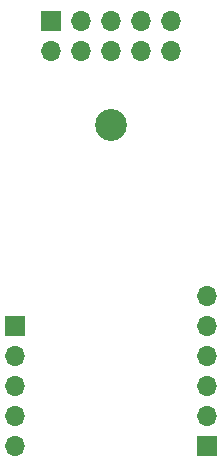
<source format=gbr>
%TF.GenerationSoftware,KiCad,Pcbnew,8.0.5*%
%TF.CreationDate,2024-11-05T23:16:52+01:00*%
%TF.ProjectId,Leveller,4c657665-6c6c-4657-922e-6b696361645f,rev?*%
%TF.SameCoordinates,Original*%
%TF.FileFunction,Soldermask,Bot*%
%TF.FilePolarity,Negative*%
%FSLAX46Y46*%
G04 Gerber Fmt 4.6, Leading zero omitted, Abs format (unit mm)*
G04 Created by KiCad (PCBNEW 8.0.5) date 2024-11-05 23:16:52*
%MOMM*%
%LPD*%
G01*
G04 APERTURE LIST*
%ADD10C,2.700000*%
%ADD11R,1.700000X1.700000*%
%ADD12O,1.700000X1.700000*%
G04 APERTURE END LIST*
D10*
%TO.C,MOUNT1*%
X48768000Y-47625000D03*
%TD*%
D11*
%TO.C,J10*%
X56896000Y-74803000D03*
D12*
X56896000Y-72263000D03*
X56896000Y-69723000D03*
X56896000Y-67183000D03*
X56896000Y-64643000D03*
X56896000Y-62103000D03*
%TD*%
D11*
%TO.C,J8*%
X40640000Y-64643000D03*
D12*
X40640000Y-67183000D03*
X40640000Y-69723000D03*
X40640000Y-72263000D03*
X40640000Y-74803000D03*
%TD*%
D11*
%TO.C,J6*%
X43668000Y-38805000D03*
D12*
X43668000Y-41345000D03*
X46208000Y-38805000D03*
X46208000Y-41345000D03*
X48748000Y-38805000D03*
X48748000Y-41345000D03*
X51288000Y-38805000D03*
X51288000Y-41345000D03*
X53828000Y-38805000D03*
X53828000Y-41345000D03*
%TD*%
M02*

</source>
